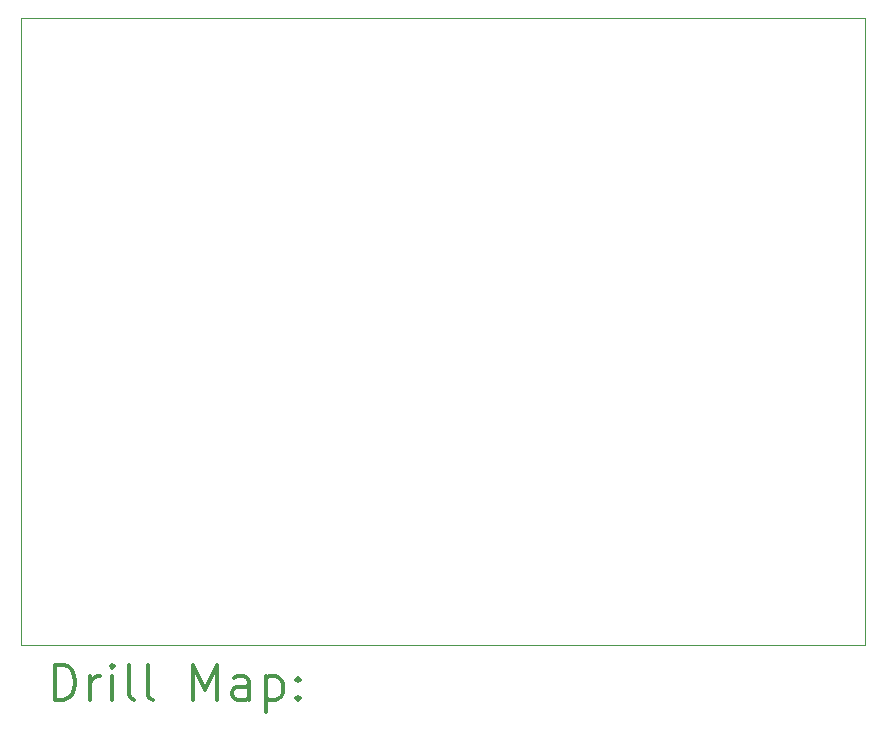
<source format=gbr>
%FSLAX45Y45*%
G04 Gerber Fmt 4.5, Leading zero omitted, Abs format (unit mm)*
G04 Created by KiCad (PCBNEW (5.1.6)-1) date 2023-01-27 10:42:36*
%MOMM*%
%LPD*%
G01*
G04 APERTURE LIST*
%TA.AperFunction,Profile*%
%ADD10C,0.050000*%
%TD*%
%ADD11C,0.200000*%
%ADD12C,0.300000*%
G04 APERTURE END LIST*
D10*
X13600000Y-6460000D02*
X13600000Y-6560000D01*
X20740000Y-6460000D02*
X13600000Y-6460000D01*
X13600000Y-11770000D02*
X13600000Y-6560000D01*
X20740000Y-11770000D02*
X13600000Y-11770000D01*
X20740000Y-6460000D02*
X20740000Y-11770000D01*
D11*
D12*
X13883928Y-12238214D02*
X13883928Y-11938214D01*
X13955357Y-11938214D01*
X13998214Y-11952500D01*
X14026786Y-11981071D01*
X14041071Y-12009643D01*
X14055357Y-12066786D01*
X14055357Y-12109643D01*
X14041071Y-12166786D01*
X14026786Y-12195357D01*
X13998214Y-12223929D01*
X13955357Y-12238214D01*
X13883928Y-12238214D01*
X14183928Y-12238214D02*
X14183928Y-12038214D01*
X14183928Y-12095357D02*
X14198214Y-12066786D01*
X14212500Y-12052500D01*
X14241071Y-12038214D01*
X14269643Y-12038214D01*
X14369643Y-12238214D02*
X14369643Y-12038214D01*
X14369643Y-11938214D02*
X14355357Y-11952500D01*
X14369643Y-11966786D01*
X14383928Y-11952500D01*
X14369643Y-11938214D01*
X14369643Y-11966786D01*
X14555357Y-12238214D02*
X14526786Y-12223929D01*
X14512500Y-12195357D01*
X14512500Y-11938214D01*
X14712500Y-12238214D02*
X14683928Y-12223929D01*
X14669643Y-12195357D01*
X14669643Y-11938214D01*
X15055357Y-12238214D02*
X15055357Y-11938214D01*
X15155357Y-12152500D01*
X15255357Y-11938214D01*
X15255357Y-12238214D01*
X15526786Y-12238214D02*
X15526786Y-12081071D01*
X15512500Y-12052500D01*
X15483928Y-12038214D01*
X15426786Y-12038214D01*
X15398214Y-12052500D01*
X15526786Y-12223929D02*
X15498214Y-12238214D01*
X15426786Y-12238214D01*
X15398214Y-12223929D01*
X15383928Y-12195357D01*
X15383928Y-12166786D01*
X15398214Y-12138214D01*
X15426786Y-12123929D01*
X15498214Y-12123929D01*
X15526786Y-12109643D01*
X15669643Y-12038214D02*
X15669643Y-12338214D01*
X15669643Y-12052500D02*
X15698214Y-12038214D01*
X15755357Y-12038214D01*
X15783928Y-12052500D01*
X15798214Y-12066786D01*
X15812500Y-12095357D01*
X15812500Y-12181071D01*
X15798214Y-12209643D01*
X15783928Y-12223929D01*
X15755357Y-12238214D01*
X15698214Y-12238214D01*
X15669643Y-12223929D01*
X15941071Y-12209643D02*
X15955357Y-12223929D01*
X15941071Y-12238214D01*
X15926786Y-12223929D01*
X15941071Y-12209643D01*
X15941071Y-12238214D01*
X15941071Y-12052500D02*
X15955357Y-12066786D01*
X15941071Y-12081071D01*
X15926786Y-12066786D01*
X15941071Y-12052500D01*
X15941071Y-12081071D01*
M02*

</source>
